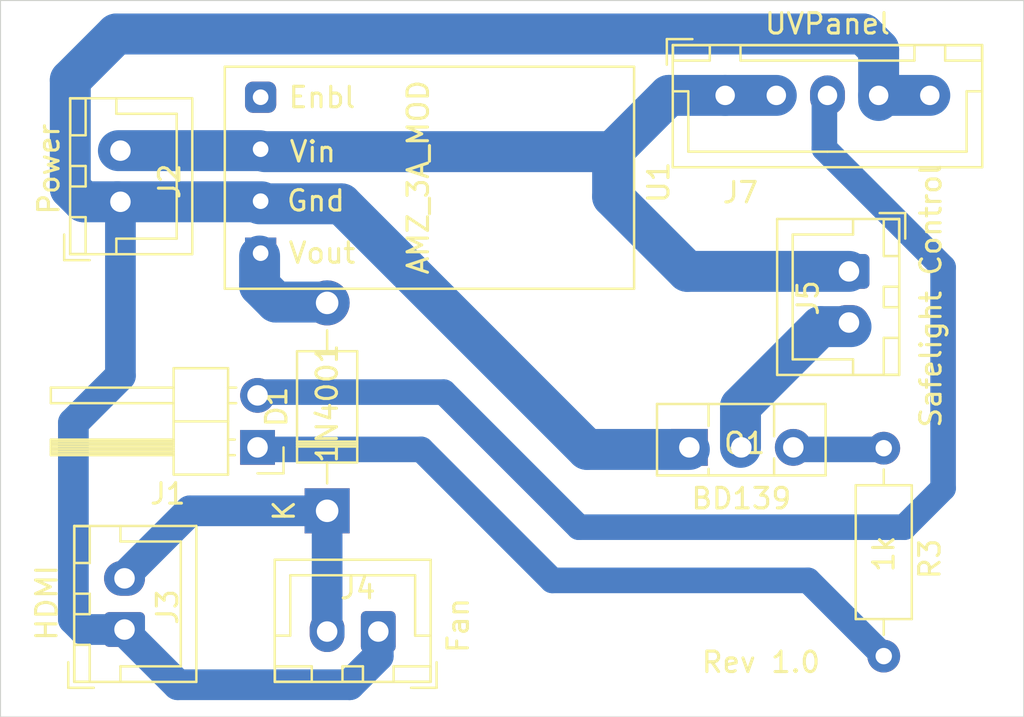
<source format=kicad_pcb>
(kicad_pcb (version 20171130) (host pcbnew "(5.1.8-0-10_14)")

  (general
    (thickness 1.6)
    (drawings 5)
    (tracks 50)
    (zones 0)
    (modules 10)
    (nets 10)
  )

  (page USLetter portrait)
  (layers
    (0 F.Cu signal)
    (31 B.Cu signal)
    (32 B.Adhes user hide)
    (33 F.Adhes user hide)
    (34 B.Paste user hide)
    (35 F.Paste user hide)
    (36 B.SilkS user hide)
    (37 F.SilkS user)
    (38 B.Mask user hide)
    (39 F.Mask user hide)
    (40 Dwgs.User user hide)
    (41 Cmts.User user hide)
    (42 Eco1.User user hide)
    (43 Eco2.User user hide)
    (44 Edge.Cuts user)
    (45 Margin user hide)
    (46 B.CrtYd user hide)
    (47 F.CrtYd user)
    (48 B.Fab user hide)
    (49 F.Fab user hide)
  )

  (setup
    (last_trace_width 1.5)
    (user_trace_width 0.5)
    (user_trace_width 1)
    (user_trace_width 1.5)
    (user_trace_width 2)
    (trace_clearance 0.25)
    (zone_clearance 0.508)
    (zone_45_only no)
    (trace_min 0.2)
    (via_size 0.8)
    (via_drill 0.4)
    (via_min_size 0.4)
    (via_min_drill 0.3)
    (uvia_size 0.3)
    (uvia_drill 0.1)
    (uvias_allowed no)
    (uvia_min_size 0.2)
    (uvia_min_drill 0.1)
    (edge_width 0.05)
    (segment_width 0.2)
    (pcb_text_width 0.3)
    (pcb_text_size 1.5 1.5)
    (mod_edge_width 0.12)
    (mod_text_size 1 1)
    (mod_text_width 0.15)
    (pad_size 1.7 1.7)
    (pad_drill 1)
    (pad_to_mask_clearance 0)
    (aux_axis_origin 9.96 72.036)
    (grid_origin 9.96 72.036)
    (visible_elements FFFEF97F)
    (pcbplotparams
      (layerselection 0x01000_fffffffe)
      (usegerberextensions false)
      (usegerberattributes true)
      (usegerberadvancedattributes true)
      (creategerberjobfile true)
      (excludeedgelayer true)
      (linewidth 0.100000)
      (plotframeref false)
      (viasonmask false)
      (mode 1)
      (useauxorigin true)
      (hpglpennumber 1)
      (hpglpenspeed 20)
      (hpglpendiameter 15.000000)
      (psnegative false)
      (psa4output false)
      (plotreference true)
      (plotvalue true)
      (plotinvisibletext false)
      (padsonsilk false)
      (subtractmaskfromsilk false)
      (outputformat 1)
      (mirror false)
      (drillshape 0)
      (scaleselection 1)
      (outputdirectory "../gbr/"))
  )

  (net 0 "")
  (net 1 GND)
  (net 2 +5V)
  (net 3 "Net-(D1-Pad2)")
  (net 4 "Net-(Q1-Pad3)")
  (net 5 "Net-(U1-Pad4)")
  (net 6 UVControl)
  (net 7 +24V)
  (net 8 SafelightControl)
  (net 9 SafelightGnd)

  (net_class Default "This is the default net class."
    (clearance 0.25)
    (trace_width 1.25)
    (via_dia 0.8)
    (via_drill 0.4)
    (uvia_dia 0.3)
    (uvia_drill 0.1)
    (add_net +24V)
    (add_net +5V)
    (add_net GND)
    (add_net "Net-(D1-Pad2)")
    (add_net "Net-(Q1-Pad3)")
    (add_net "Net-(U1-Pad4)")
    (add_net SafelightControl)
    (add_net SafelightGnd)
    (add_net UVControl)
  )

  (net_class Power12 ""
    (clearance 0.25)
    (trace_width 2)
    (via_dia 0.8)
    (via_drill 0.4)
    (uvia_dia 0.3)
    (uvia_drill 0.1)
  )

  (net_class Power5 ""
    (clearance 0.25)
    (trace_width 1.25)
    (via_dia 0.8)
    (via_drill 0.4)
    (uvia_dia 0.3)
    (uvia_drill 0.1)
  )

  (module Connector_PinHeader_2.54mm:PinHeader_1x02_P2.54mm_Horizontal (layer F.Cu) (tedit 59FED5CB) (tstamp 615AB299)
    (at 22.56 58.836 180)
    (descr "Through hole angled pin header, 1x02, 2.54mm pitch, 6mm pin length, single row")
    (tags "Through hole angled pin header THT 1x02 2.54mm single row")
    (path /615C0504)
    (fp_text reference J1 (at 4.385 -2.27) (layer F.SilkS)
      (effects (font (size 1 1) (thickness 0.15)))
    )
    (fp_text value "Light Control" (at 4.385 4.81) (layer F.Fab)
      (effects (font (size 1 1) (thickness 0.15)))
    )
    (fp_line (start 2.135 -1.27) (end 4.04 -1.27) (layer F.Fab) (width 0.1))
    (fp_line (start 4.04 -1.27) (end 4.04 3.81) (layer F.Fab) (width 0.1))
    (fp_line (start 4.04 3.81) (end 1.5 3.81) (layer F.Fab) (width 0.1))
    (fp_line (start 1.5 3.81) (end 1.5 -0.635) (layer F.Fab) (width 0.1))
    (fp_line (start 1.5 -0.635) (end 2.135 -1.27) (layer F.Fab) (width 0.1))
    (fp_line (start -0.32 -0.32) (end 1.5 -0.32) (layer F.Fab) (width 0.1))
    (fp_line (start -0.32 -0.32) (end -0.32 0.32) (layer F.Fab) (width 0.1))
    (fp_line (start -0.32 0.32) (end 1.5 0.32) (layer F.Fab) (width 0.1))
    (fp_line (start 4.04 -0.32) (end 10.04 -0.32) (layer F.Fab) (width 0.1))
    (fp_line (start 10.04 -0.32) (end 10.04 0.32) (layer F.Fab) (width 0.1))
    (fp_line (start 4.04 0.32) (end 10.04 0.32) (layer F.Fab) (width 0.1))
    (fp_line (start -0.32 2.22) (end 1.5 2.22) (layer F.Fab) (width 0.1))
    (fp_line (start -0.32 2.22) (end -0.32 2.86) (layer F.Fab) (width 0.1))
    (fp_line (start -0.32 2.86) (end 1.5 2.86) (layer F.Fab) (width 0.1))
    (fp_line (start 4.04 2.22) (end 10.04 2.22) (layer F.Fab) (width 0.1))
    (fp_line (start 10.04 2.22) (end 10.04 2.86) (layer F.Fab) (width 0.1))
    (fp_line (start 4.04 2.86) (end 10.04 2.86) (layer F.Fab) (width 0.1))
    (fp_line (start 1.44 -1.33) (end 1.44 3.87) (layer F.SilkS) (width 0.12))
    (fp_line (start 1.44 3.87) (end 4.1 3.87) (layer F.SilkS) (width 0.12))
    (fp_line (start 4.1 3.87) (end 4.1 -1.33) (layer F.SilkS) (width 0.12))
    (fp_line (start 4.1 -1.33) (end 1.44 -1.33) (layer F.SilkS) (width 0.12))
    (fp_line (start 4.1 -0.38) (end 10.1 -0.38) (layer F.SilkS) (width 0.12))
    (fp_line (start 10.1 -0.38) (end 10.1 0.38) (layer F.SilkS) (width 0.12))
    (fp_line (start 10.1 0.38) (end 4.1 0.38) (layer F.SilkS) (width 0.12))
    (fp_line (start 4.1 -0.32) (end 10.1 -0.32) (layer F.SilkS) (width 0.12))
    (fp_line (start 4.1 -0.2) (end 10.1 -0.2) (layer F.SilkS) (width 0.12))
    (fp_line (start 4.1 -0.08) (end 10.1 -0.08) (layer F.SilkS) (width 0.12))
    (fp_line (start 4.1 0.04) (end 10.1 0.04) (layer F.SilkS) (width 0.12))
    (fp_line (start 4.1 0.16) (end 10.1 0.16) (layer F.SilkS) (width 0.12))
    (fp_line (start 4.1 0.28) (end 10.1 0.28) (layer F.SilkS) (width 0.12))
    (fp_line (start 1.11 -0.38) (end 1.44 -0.38) (layer F.SilkS) (width 0.12))
    (fp_line (start 1.11 0.38) (end 1.44 0.38) (layer F.SilkS) (width 0.12))
    (fp_line (start 1.44 1.27) (end 4.1 1.27) (layer F.SilkS) (width 0.12))
    (fp_line (start 4.1 2.16) (end 10.1 2.16) (layer F.SilkS) (width 0.12))
    (fp_line (start 10.1 2.16) (end 10.1 2.92) (layer F.SilkS) (width 0.12))
    (fp_line (start 10.1 2.92) (end 4.1 2.92) (layer F.SilkS) (width 0.12))
    (fp_line (start 1.042929 2.16) (end 1.44 2.16) (layer F.SilkS) (width 0.12))
    (fp_line (start 1.042929 2.92) (end 1.44 2.92) (layer F.SilkS) (width 0.12))
    (fp_line (start -1.27 0) (end -1.27 -1.27) (layer F.SilkS) (width 0.12))
    (fp_line (start -1.27 -1.27) (end 0 -1.27) (layer F.SilkS) (width 0.12))
    (fp_line (start -1.8 -1.8) (end -1.8 4.35) (layer F.CrtYd) (width 0.05))
    (fp_line (start -1.8 4.35) (end 10.55 4.35) (layer F.CrtYd) (width 0.05))
    (fp_line (start 10.55 4.35) (end 10.55 -1.8) (layer F.CrtYd) (width 0.05))
    (fp_line (start 10.55 -1.8) (end -1.8 -1.8) (layer F.CrtYd) (width 0.05))
    (fp_text user %R (at 2.77 1.27 90) (layer F.Fab)
      (effects (font (size 1 1) (thickness 0.15)))
    )
    (pad 2 thru_hole oval (at 0 2.54 180) (size 1.7 1.7) (drill 1) (layers *.Cu *.Mask)
      (net 6 UVControl))
    (pad 1 thru_hole rect (at 0 0 180) (size 1.7 1.7) (drill 1) (layers *.Cu *.Mask)
      (net 8 SafelightControl))
    (model ${KISYS3DMOD}/Connector_PinHeader_2.54mm.3dshapes/PinHeader_1x02_P2.54mm_Horizontal.wrl
      (at (xyz 0 0 0))
      (scale (xyz 1 1 1))
      (rotate (xyz 0 0 0))
    )
  )

  (module Connector_JST:JST_XH_B2B-XH-A_1x02_P2.50mm_Vertical (layer F.Cu) (tedit 5C28146C) (tstamp 615AB39D)
    (at 51.46 50.236 270)
    (descr "JST XH series connector, B2B-XH-A (http://www.jst-mfg.com/product/pdf/eng/eXH.pdf), generated with kicad-footprint-generator")
    (tags "connector JST XH vertical")
    (path /603B82C9)
    (fp_text reference J5 (at 1.3 2 90) (layer F.SilkS)
      (effects (font (size 1 1) (thickness 0.15)))
    )
    (fp_text value "Safelight Control" (at 1.2 -4 90) (layer F.SilkS)
      (effects (font (size 1 1) (thickness 0.15)))
    )
    (fp_line (start -2.45 -2.35) (end -2.45 3.4) (layer F.Fab) (width 0.1))
    (fp_line (start -2.45 3.4) (end 4.95 3.4) (layer F.Fab) (width 0.1))
    (fp_line (start 4.95 3.4) (end 4.95 -2.35) (layer F.Fab) (width 0.1))
    (fp_line (start 4.95 -2.35) (end -2.45 -2.35) (layer F.Fab) (width 0.1))
    (fp_line (start -2.56 -2.46) (end -2.56 3.51) (layer F.SilkS) (width 0.12))
    (fp_line (start -2.56 3.51) (end 5.06 3.51) (layer F.SilkS) (width 0.12))
    (fp_line (start 5.06 3.51) (end 5.06 -2.46) (layer F.SilkS) (width 0.12))
    (fp_line (start 5.06 -2.46) (end -2.56 -2.46) (layer F.SilkS) (width 0.12))
    (fp_line (start -2.95 -2.85) (end -2.95 3.9) (layer F.CrtYd) (width 0.05))
    (fp_line (start -2.95 3.9) (end 5.45 3.9) (layer F.CrtYd) (width 0.05))
    (fp_line (start 5.45 3.9) (end 5.45 -2.85) (layer F.CrtYd) (width 0.05))
    (fp_line (start 5.45 -2.85) (end -2.95 -2.85) (layer F.CrtYd) (width 0.05))
    (fp_line (start -0.625 -2.35) (end 0 -1.35) (layer F.Fab) (width 0.1))
    (fp_line (start 0 -1.35) (end 0.625 -2.35) (layer F.Fab) (width 0.1))
    (fp_line (start 0.75 -2.45) (end 0.75 -1.7) (layer F.SilkS) (width 0.12))
    (fp_line (start 0.75 -1.7) (end 1.75 -1.7) (layer F.SilkS) (width 0.12))
    (fp_line (start 1.75 -1.7) (end 1.75 -2.45) (layer F.SilkS) (width 0.12))
    (fp_line (start 1.75 -2.45) (end 0.75 -2.45) (layer F.SilkS) (width 0.12))
    (fp_line (start -2.55 -2.45) (end -2.55 -1.7) (layer F.SilkS) (width 0.12))
    (fp_line (start -2.55 -1.7) (end -0.75 -1.7) (layer F.SilkS) (width 0.12))
    (fp_line (start -0.75 -1.7) (end -0.75 -2.45) (layer F.SilkS) (width 0.12))
    (fp_line (start -0.75 -2.45) (end -2.55 -2.45) (layer F.SilkS) (width 0.12))
    (fp_line (start 3.25 -2.45) (end 3.25 -1.7) (layer F.SilkS) (width 0.12))
    (fp_line (start 3.25 -1.7) (end 5.05 -1.7) (layer F.SilkS) (width 0.12))
    (fp_line (start 5.05 -1.7) (end 5.05 -2.45) (layer F.SilkS) (width 0.12))
    (fp_line (start 5.05 -2.45) (end 3.25 -2.45) (layer F.SilkS) (width 0.12))
    (fp_line (start -2.55 -0.2) (end -1.8 -0.2) (layer F.SilkS) (width 0.12))
    (fp_line (start -1.8 -0.2) (end -1.8 2.75) (layer F.SilkS) (width 0.12))
    (fp_line (start -1.8 2.75) (end 1.25 2.75) (layer F.SilkS) (width 0.12))
    (fp_line (start 5.05 -0.2) (end 4.3 -0.2) (layer F.SilkS) (width 0.12))
    (fp_line (start 4.3 -0.2) (end 4.3 2.75) (layer F.SilkS) (width 0.12))
    (fp_line (start 4.3 2.75) (end 1.25 2.75) (layer F.SilkS) (width 0.12))
    (fp_line (start -1.6 -2.75) (end -2.85 -2.75) (layer F.SilkS) (width 0.12))
    (fp_line (start -2.85 -2.75) (end -2.85 -1.5) (layer F.SilkS) (width 0.12))
    (fp_text user %R (at 1.25 2.7 90) (layer F.Fab)
      (effects (font (size 1 1) (thickness 0.15)))
    )
    (pad 2 thru_hole oval (at 2.5 0 270) (size 1.7 2) (drill 1) (layers *.Cu *.Mask)
      (net 9 SafelightGnd))
    (pad 1 thru_hole roundrect (at 0 0 270) (size 1.7 2) (drill 1) (layers *.Cu *.Mask) (roundrect_rratio 0.1470588235294118)
      (net 7 +24V))
    (model ${KISYS3DMOD}/Connector_JST.3dshapes/JST_XH_B2B-XH-A_1x02_P2.50mm_Vertical.wrl
      (at (xyz 0 0 0))
      (scale (xyz 1 1 1))
      (rotate (xyz 0 0 0))
    )
  )

  (module Connector_JST:JST_XH_B2B-XH-A_1x02_P2.50mm_Vertical (layer F.Cu) (tedit 5C28146C) (tstamp 615AB325)
    (at 28.46 67.836 180)
    (descr "JST XH series connector, B2B-XH-A (http://www.jst-mfg.com/product/pdf/eng/eXH.pdf), generated with kicad-footprint-generator")
    (tags "connector JST XH vertical")
    (path /603B45A7)
    (fp_text reference J4 (at 1 2.1) (layer F.SilkS)
      (effects (font (size 1 1) (thickness 0.15)))
    )
    (fp_text value Fan (at -3.9 0.3 270) (layer F.SilkS)
      (effects (font (size 1 1) (thickness 0.15)))
    )
    (fp_line (start -2.45 -2.35) (end -2.45 3.4) (layer F.Fab) (width 0.1))
    (fp_line (start -2.45 3.4) (end 4.95 3.4) (layer F.Fab) (width 0.1))
    (fp_line (start 4.95 3.4) (end 4.95 -2.35) (layer F.Fab) (width 0.1))
    (fp_line (start 4.95 -2.35) (end -2.45 -2.35) (layer F.Fab) (width 0.1))
    (fp_line (start -2.56 -2.46) (end -2.56 3.51) (layer F.SilkS) (width 0.12))
    (fp_line (start -2.56 3.51) (end 5.06 3.51) (layer F.SilkS) (width 0.12))
    (fp_line (start 5.06 3.51) (end 5.06 -2.46) (layer F.SilkS) (width 0.12))
    (fp_line (start 5.06 -2.46) (end -2.56 -2.46) (layer F.SilkS) (width 0.12))
    (fp_line (start -2.95 -2.85) (end -2.95 3.9) (layer F.CrtYd) (width 0.05))
    (fp_line (start -2.95 3.9) (end 5.45 3.9) (layer F.CrtYd) (width 0.05))
    (fp_line (start 5.45 3.9) (end 5.45 -2.85) (layer F.CrtYd) (width 0.05))
    (fp_line (start 5.45 -2.85) (end -2.95 -2.85) (layer F.CrtYd) (width 0.05))
    (fp_line (start -0.625 -2.35) (end 0 -1.35) (layer F.Fab) (width 0.1))
    (fp_line (start 0 -1.35) (end 0.625 -2.35) (layer F.Fab) (width 0.1))
    (fp_line (start 0.75 -2.45) (end 0.75 -1.7) (layer F.SilkS) (width 0.12))
    (fp_line (start 0.75 -1.7) (end 1.75 -1.7) (layer F.SilkS) (width 0.12))
    (fp_line (start 1.75 -1.7) (end 1.75 -2.45) (layer F.SilkS) (width 0.12))
    (fp_line (start 1.75 -2.45) (end 0.75 -2.45) (layer F.SilkS) (width 0.12))
    (fp_line (start -2.55 -2.45) (end -2.55 -1.7) (layer F.SilkS) (width 0.12))
    (fp_line (start -2.55 -1.7) (end -0.75 -1.7) (layer F.SilkS) (width 0.12))
    (fp_line (start -0.75 -1.7) (end -0.75 -2.45) (layer F.SilkS) (width 0.12))
    (fp_line (start -0.75 -2.45) (end -2.55 -2.45) (layer F.SilkS) (width 0.12))
    (fp_line (start 3.25 -2.45) (end 3.25 -1.7) (layer F.SilkS) (width 0.12))
    (fp_line (start 3.25 -1.7) (end 5.05 -1.7) (layer F.SilkS) (width 0.12))
    (fp_line (start 5.05 -1.7) (end 5.05 -2.45) (layer F.SilkS) (width 0.12))
    (fp_line (start 5.05 -2.45) (end 3.25 -2.45) (layer F.SilkS) (width 0.12))
    (fp_line (start -2.55 -0.2) (end -1.8 -0.2) (layer F.SilkS) (width 0.12))
    (fp_line (start -1.8 -0.2) (end -1.8 2.75) (layer F.SilkS) (width 0.12))
    (fp_line (start -1.8 2.75) (end 1.25 2.75) (layer F.SilkS) (width 0.12))
    (fp_line (start 5.05 -0.2) (end 4.3 -0.2) (layer F.SilkS) (width 0.12))
    (fp_line (start 4.3 -0.2) (end 4.3 2.75) (layer F.SilkS) (width 0.12))
    (fp_line (start 4.3 2.75) (end 1.25 2.75) (layer F.SilkS) (width 0.12))
    (fp_line (start -1.6 -2.75) (end -2.85 -2.75) (layer F.SilkS) (width 0.12))
    (fp_line (start -2.85 -2.75) (end -2.85 -1.5) (layer F.SilkS) (width 0.12))
    (fp_text user %R (at 1.25 2.7) (layer F.Fab)
      (effects (font (size 1 1) (thickness 0.15)))
    )
    (pad 2 thru_hole oval (at 2.5 0 180) (size 1.7 2) (drill 1) (layers *.Cu *.Mask)
      (net 2 +5V))
    (pad 1 thru_hole roundrect (at 0 0 180) (size 1.7 2) (drill 1) (layers *.Cu *.Mask) (roundrect_rratio 0.1470588235294118)
      (net 1 GND))
    (model ${KISYS3DMOD}/Connector_JST.3dshapes/JST_XH_B2B-XH-A_1x02_P2.50mm_Vertical.wrl
      (at (xyz 0 0 0))
      (scale (xyz 1 1 1))
      (rotate (xyz 0 0 0))
    )
  )

  (module Connector_JST:JST_XH_B2B-XH-A_1x02_P2.50mm_Vertical (layer F.Cu) (tedit 5C28146C) (tstamp 615AB007)
    (at 16.06 67.736 90)
    (descr "JST XH series connector, B2B-XH-A (http://www.jst-mfg.com/product/pdf/eng/eXH.pdf), generated with kicad-footprint-generator")
    (tags "connector JST XH vertical")
    (path /615BE82D)
    (fp_text reference J3 (at 1.1 2.1 90) (layer F.SilkS)
      (effects (font (size 1 1) (thickness 0.15)))
    )
    (fp_text value HDMI (at 1.3 -3.8 90) (layer F.SilkS)
      (effects (font (size 1 1) (thickness 0.15)))
    )
    (fp_line (start -2.45 -2.35) (end -2.45 3.4) (layer F.Fab) (width 0.1))
    (fp_line (start -2.45 3.4) (end 4.95 3.4) (layer F.Fab) (width 0.1))
    (fp_line (start 4.95 3.4) (end 4.95 -2.35) (layer F.Fab) (width 0.1))
    (fp_line (start 4.95 -2.35) (end -2.45 -2.35) (layer F.Fab) (width 0.1))
    (fp_line (start -2.56 -2.46) (end -2.56 3.51) (layer F.SilkS) (width 0.12))
    (fp_line (start -2.56 3.51) (end 5.06 3.51) (layer F.SilkS) (width 0.12))
    (fp_line (start 5.06 3.51) (end 5.06 -2.46) (layer F.SilkS) (width 0.12))
    (fp_line (start 5.06 -2.46) (end -2.56 -2.46) (layer F.SilkS) (width 0.12))
    (fp_line (start -2.95 -2.85) (end -2.95 3.9) (layer F.CrtYd) (width 0.05))
    (fp_line (start -2.95 3.9) (end 5.45 3.9) (layer F.CrtYd) (width 0.05))
    (fp_line (start 5.45 3.9) (end 5.45 -2.85) (layer F.CrtYd) (width 0.05))
    (fp_line (start 5.45 -2.85) (end -2.95 -2.85) (layer F.CrtYd) (width 0.05))
    (fp_line (start -0.625 -2.35) (end 0 -1.35) (layer F.Fab) (width 0.1))
    (fp_line (start 0 -1.35) (end 0.625 -2.35) (layer F.Fab) (width 0.1))
    (fp_line (start 0.75 -2.45) (end 0.75 -1.7) (layer F.SilkS) (width 0.12))
    (fp_line (start 0.75 -1.7) (end 1.75 -1.7) (layer F.SilkS) (width 0.12))
    (fp_line (start 1.75 -1.7) (end 1.75 -2.45) (layer F.SilkS) (width 0.12))
    (fp_line (start 1.75 -2.45) (end 0.75 -2.45) (layer F.SilkS) (width 0.12))
    (fp_line (start -2.55 -2.45) (end -2.55 -1.7) (layer F.SilkS) (width 0.12))
    (fp_line (start -2.55 -1.7) (end -0.75 -1.7) (layer F.SilkS) (width 0.12))
    (fp_line (start -0.75 -1.7) (end -0.75 -2.45) (layer F.SilkS) (width 0.12))
    (fp_line (start -0.75 -2.45) (end -2.55 -2.45) (layer F.SilkS) (width 0.12))
    (fp_line (start 3.25 -2.45) (end 3.25 -1.7) (layer F.SilkS) (width 0.12))
    (fp_line (start 3.25 -1.7) (end 5.05 -1.7) (layer F.SilkS) (width 0.12))
    (fp_line (start 5.05 -1.7) (end 5.05 -2.45) (layer F.SilkS) (width 0.12))
    (fp_line (start 5.05 -2.45) (end 3.25 -2.45) (layer F.SilkS) (width 0.12))
    (fp_line (start -2.55 -0.2) (end -1.8 -0.2) (layer F.SilkS) (width 0.12))
    (fp_line (start -1.8 -0.2) (end -1.8 2.75) (layer F.SilkS) (width 0.12))
    (fp_line (start -1.8 2.75) (end 1.25 2.75) (layer F.SilkS) (width 0.12))
    (fp_line (start 5.05 -0.2) (end 4.3 -0.2) (layer F.SilkS) (width 0.12))
    (fp_line (start 4.3 -0.2) (end 4.3 2.75) (layer F.SilkS) (width 0.12))
    (fp_line (start 4.3 2.75) (end 1.25 2.75) (layer F.SilkS) (width 0.12))
    (fp_line (start -1.6 -2.75) (end -2.85 -2.75) (layer F.SilkS) (width 0.12))
    (fp_line (start -2.85 -2.75) (end -2.85 -1.5) (layer F.SilkS) (width 0.12))
    (fp_text user %R (at 1.25 2.7 90) (layer F.Fab)
      (effects (font (size 1 1) (thickness 0.15)))
    )
    (pad 2 thru_hole oval (at 2.5 0 90) (size 1.7 2) (drill 1) (layers *.Cu *.Mask)
      (net 2 +5V))
    (pad 1 thru_hole roundrect (at 0 0 90) (size 1.7 2) (drill 1) (layers *.Cu *.Mask) (roundrect_rratio 0.1470588235294118)
      (net 1 GND))
    (model ${KISYS3DMOD}/Connector_JST.3dshapes/JST_XH_B2B-XH-A_1x02_P2.50mm_Vertical.wrl
      (at (xyz 0 0 0))
      (scale (xyz 1 1 1))
      (rotate (xyz 0 0 0))
    )
  )

  (module Connector_JST:JST_XH_B2B-XH-A_1x02_P2.50mm_Vertical (layer F.Cu) (tedit 5C28146C) (tstamp 615AB0C4)
    (at 15.86 46.836 90)
    (descr "JST XH series connector, B2B-XH-A (http://www.jst-mfg.com/product/pdf/eng/eXH.pdf), generated with kicad-footprint-generator")
    (tags "connector JST XH vertical")
    (path /603B31A5)
    (fp_text reference J2 (at 1 2.4 90) (layer F.SilkS)
      (effects (font (size 1 1) (thickness 0.15)))
    )
    (fp_text value Power (at 1.6 -3.5 90) (layer F.SilkS)
      (effects (font (size 1 1) (thickness 0.15)))
    )
    (fp_line (start -2.85 -2.75) (end -2.85 -1.5) (layer F.SilkS) (width 0.12))
    (fp_line (start -1.6 -2.75) (end -2.85 -2.75) (layer F.SilkS) (width 0.12))
    (fp_line (start 4.3 2.75) (end 1.25 2.75) (layer F.SilkS) (width 0.12))
    (fp_line (start 4.3 -0.2) (end 4.3 2.75) (layer F.SilkS) (width 0.12))
    (fp_line (start 5.05 -0.2) (end 4.3 -0.2) (layer F.SilkS) (width 0.12))
    (fp_line (start -1.8 2.75) (end 1.25 2.75) (layer F.SilkS) (width 0.12))
    (fp_line (start -1.8 -0.2) (end -1.8 2.75) (layer F.SilkS) (width 0.12))
    (fp_line (start -2.55 -0.2) (end -1.8 -0.2) (layer F.SilkS) (width 0.12))
    (fp_line (start 5.05 -2.45) (end 3.25 -2.45) (layer F.SilkS) (width 0.12))
    (fp_line (start 5.05 -1.7) (end 5.05 -2.45) (layer F.SilkS) (width 0.12))
    (fp_line (start 3.25 -1.7) (end 5.05 -1.7) (layer F.SilkS) (width 0.12))
    (fp_line (start 3.25 -2.45) (end 3.25 -1.7) (layer F.SilkS) (width 0.12))
    (fp_line (start -0.75 -2.45) (end -2.55 -2.45) (layer F.SilkS) (width 0.12))
    (fp_line (start -0.75 -1.7) (end -0.75 -2.45) (layer F.SilkS) (width 0.12))
    (fp_line (start -2.55 -1.7) (end -0.75 -1.7) (layer F.SilkS) (width 0.12))
    (fp_line (start -2.55 -2.45) (end -2.55 -1.7) (layer F.SilkS) (width 0.12))
    (fp_line (start 1.75 -2.45) (end 0.75 -2.45) (layer F.SilkS) (width 0.12))
    (fp_line (start 1.75 -1.7) (end 1.75 -2.45) (layer F.SilkS) (width 0.12))
    (fp_line (start 0.75 -1.7) (end 1.75 -1.7) (layer F.SilkS) (width 0.12))
    (fp_line (start 0.75 -2.45) (end 0.75 -1.7) (layer F.SilkS) (width 0.12))
    (fp_line (start 0 -1.35) (end 0.625 -2.35) (layer F.Fab) (width 0.1))
    (fp_line (start -0.625 -2.35) (end 0 -1.35) (layer F.Fab) (width 0.1))
    (fp_line (start 5.45 -2.85) (end -2.95 -2.85) (layer F.CrtYd) (width 0.05))
    (fp_line (start 5.45 3.9) (end 5.45 -2.85) (layer F.CrtYd) (width 0.05))
    (fp_line (start -2.95 3.9) (end 5.45 3.9) (layer F.CrtYd) (width 0.05))
    (fp_line (start -2.95 -2.85) (end -2.95 3.9) (layer F.CrtYd) (width 0.05))
    (fp_line (start 5.06 -2.46) (end -2.56 -2.46) (layer F.SilkS) (width 0.12))
    (fp_line (start 5.06 3.51) (end 5.06 -2.46) (layer F.SilkS) (width 0.12))
    (fp_line (start -2.56 3.51) (end 5.06 3.51) (layer F.SilkS) (width 0.12))
    (fp_line (start -2.56 -2.46) (end -2.56 3.51) (layer F.SilkS) (width 0.12))
    (fp_line (start 4.95 -2.35) (end -2.45 -2.35) (layer F.Fab) (width 0.1))
    (fp_line (start 4.95 3.4) (end 4.95 -2.35) (layer F.Fab) (width 0.1))
    (fp_line (start -2.45 3.4) (end 4.95 3.4) (layer F.Fab) (width 0.1))
    (fp_line (start -2.45 -2.35) (end -2.45 3.4) (layer F.Fab) (width 0.1))
    (fp_text user %R (at 1.25 2.7 90) (layer F.Fab)
      (effects (font (size 1 1) (thickness 0.15)))
    )
    (pad 1 thru_hole roundrect (at 0 0 90) (size 1.7 2) (drill 1) (layers *.Cu *.Mask) (roundrect_rratio 0.1470588235294118)
      (net 1 GND))
    (pad 2 thru_hole oval (at 2.5 0 90) (size 1.7 2) (drill 1) (layers *.Cu *.Mask)
      (net 7 +24V))
    (model ${KISYS3DMOD}/Connector_JST.3dshapes/JST_XH_B2B-XH-A_1x02_P2.50mm_Vertical.wrl
      (at (xyz 0 0 0))
      (scale (xyz 1 1 1))
      (rotate (xyz 0 0 0))
    )
  )

  (module Connector_JST:JST_XH_B5B-XH-A_1x05_P2.50mm_Vertical (layer F.Cu) (tedit 5C28146C) (tstamp 615AB211)
    (at 45.41 41.636)
    (descr "JST XH series connector, B5B-XH-A (http://www.jst-mfg.com/product/pdf/eng/eXH.pdf), generated with kicad-footprint-generator")
    (tags "connector JST XH vertical")
    (path /60A321D8)
    (fp_text reference J7 (at 0.75 4.75) (layer F.SilkS)
      (effects (font (size 1 1) (thickness 0.15)))
    )
    (fp_text value UVPanel (at 5 -3.5) (layer F.SilkS)
      (effects (font (size 1 1) (thickness 0.15)))
    )
    (fp_line (start -2.85 -2.75) (end -2.85 -1.5) (layer F.SilkS) (width 0.12))
    (fp_line (start -1.6 -2.75) (end -2.85 -2.75) (layer F.SilkS) (width 0.12))
    (fp_line (start 11.8 2.75) (end 5 2.75) (layer F.SilkS) (width 0.12))
    (fp_line (start 11.8 -0.2) (end 11.8 2.75) (layer F.SilkS) (width 0.12))
    (fp_line (start 12.55 -0.2) (end 11.8 -0.2) (layer F.SilkS) (width 0.12))
    (fp_line (start -1.8 2.75) (end 5 2.75) (layer F.SilkS) (width 0.12))
    (fp_line (start -1.8 -0.2) (end -1.8 2.75) (layer F.SilkS) (width 0.12))
    (fp_line (start -2.55 -0.2) (end -1.8 -0.2) (layer F.SilkS) (width 0.12))
    (fp_line (start 12.55 -2.45) (end 10.75 -2.45) (layer F.SilkS) (width 0.12))
    (fp_line (start 12.55 -1.7) (end 12.55 -2.45) (layer F.SilkS) (width 0.12))
    (fp_line (start 10.75 -1.7) (end 12.55 -1.7) (layer F.SilkS) (width 0.12))
    (fp_line (start 10.75 -2.45) (end 10.75 -1.7) (layer F.SilkS) (width 0.12))
    (fp_line (start -0.75 -2.45) (end -2.55 -2.45) (layer F.SilkS) (width 0.12))
    (fp_line (start -0.75 -1.7) (end -0.75 -2.45) (layer F.SilkS) (width 0.12))
    (fp_line (start -2.55 -1.7) (end -0.75 -1.7) (layer F.SilkS) (width 0.12))
    (fp_line (start -2.55 -2.45) (end -2.55 -1.7) (layer F.SilkS) (width 0.12))
    (fp_line (start 9.25 -2.45) (end 0.75 -2.45) (layer F.SilkS) (width 0.12))
    (fp_line (start 9.25 -1.7) (end 9.25 -2.45) (layer F.SilkS) (width 0.12))
    (fp_line (start 0.75 -1.7) (end 9.25 -1.7) (layer F.SilkS) (width 0.12))
    (fp_line (start 0.75 -2.45) (end 0.75 -1.7) (layer F.SilkS) (width 0.12))
    (fp_line (start 0 -1.35) (end 0.625 -2.35) (layer F.Fab) (width 0.1))
    (fp_line (start -0.625 -2.35) (end 0 -1.35) (layer F.Fab) (width 0.1))
    (fp_line (start 12.95 -2.85) (end -2.95 -2.85) (layer F.CrtYd) (width 0.05))
    (fp_line (start 12.95 3.9) (end 12.95 -2.85) (layer F.CrtYd) (width 0.05))
    (fp_line (start -2.95 3.9) (end 12.95 3.9) (layer F.CrtYd) (width 0.05))
    (fp_line (start -2.95 -2.85) (end -2.95 3.9) (layer F.CrtYd) (width 0.05))
    (fp_line (start 12.56 -2.46) (end -2.56 -2.46) (layer F.SilkS) (width 0.12))
    (fp_line (start 12.56 3.51) (end 12.56 -2.46) (layer F.SilkS) (width 0.12))
    (fp_line (start -2.56 3.51) (end 12.56 3.51) (layer F.SilkS) (width 0.12))
    (fp_line (start -2.56 -2.46) (end -2.56 3.51) (layer F.SilkS) (width 0.12))
    (fp_line (start 12.45 -2.35) (end -2.45 -2.35) (layer F.Fab) (width 0.1))
    (fp_line (start 12.45 3.4) (end 12.45 -2.35) (layer F.Fab) (width 0.1))
    (fp_line (start -2.45 3.4) (end 12.45 3.4) (layer F.Fab) (width 0.1))
    (fp_line (start -2.45 -2.35) (end -2.45 3.4) (layer F.Fab) (width 0.1))
    (fp_text user %R (at 5 2.7) (layer F.Fab)
      (effects (font (size 1 1) (thickness 0.15)))
    )
    (pad 5 thru_hole oval (at 10 0) (size 1.7 1.95) (drill 0.95) (layers *.Cu *.Mask)
      (net 1 GND))
    (pad 4 thru_hole oval (at 7.5 0) (size 1.7 1.95) (drill 0.95) (layers *.Cu *.Mask)
      (net 1 GND))
    (pad 3 thru_hole oval (at 5 0) (size 1.7 1.95) (drill 0.95) (layers *.Cu *.Mask)
      (net 6 UVControl))
    (pad 2 thru_hole oval (at 2.5 0) (size 1.7 1.95) (drill 0.95) (layers *.Cu *.Mask)
      (net 7 +24V))
    (pad 1 thru_hole roundrect (at 0 0) (size 1.7 1.95) (drill 0.95) (layers *.Cu *.Mask) (roundrect_rratio 0.1470588235294118)
      (net 7 +24V))
    (model ${KISYS3DMOD}/Connector_JST.3dshapes/JST_XH_B5B-XH-A_1x05_P2.50mm_Vertical.wrl
      (at (xyz 0 0 0))
      (scale (xyz 1 1 1))
      (rotate (xyz 0 0 0))
    )
  )

  (module jkoz_custom:Amazon_3A_Power_Module (layer F.Cu) (tedit 6041531D) (tstamp 615AB1C8)
    (at 30.66 45.636 90)
    (path /60426F45)
    (fp_text reference U1 (at -0.25 11.5 90) (layer F.SilkS)
      (effects (font (size 1 1) (thickness 0.15)))
    )
    (fp_text value AMZ_3A_MOD (at 0 -0.25 90) (layer F.SilkS)
      (effects (font (size 1 1) (thickness 0.15)))
    )
    (fp_line (start -5.45 -9.7) (end 5.4 -9.7) (layer F.SilkS) (width 0.12))
    (fp_line (start 5.4 -9.7) (end 5.4 10.3) (layer F.SilkS) (width 0.12))
    (fp_line (start 5.4 10.3) (end -5.45 10.3) (layer F.SilkS) (width 0.12))
    (fp_line (start -5.45 10.3) (end -5.45 -9.7) (layer F.SilkS) (width 0.12))
    (fp_text user Enbl (at 3.9 -4.95) (layer F.SilkS)
      (effects (font (size 1 1) (thickness 0.15)))
    )
    (fp_text user Vin (at 1.25 -5.4) (layer F.SilkS)
      (effects (font (size 1 1) (thickness 0.15)))
    )
    (fp_text user Gnd (at -1.15 -5.25) (layer F.SilkS)
      (effects (font (size 1 1) (thickness 0.15)))
    )
    (fp_text user Vout (at -3.7 -4.95) (layer F.SilkS)
      (effects (font (size 1 1) (thickness 0.15)))
    )
    (pad 4 thru_hole roundrect (at 3.91 -7.95 90) (size 1.524 1.524) (drill 0.762) (layers *.Cu *.Mask) (roundrect_rratio 0.25)
      (net 5 "Net-(U1-Pad4)"))
    (pad 3 thru_hole roundrect (at 1.37 -7.95 90) (size 1.524 1.524) (drill 0.762) (layers *.Cu *.Mask) (roundrect_rratio 0.25)
      (net 7 +24V))
    (pad 2 thru_hole roundrect (at -1.17 -7.95 90) (size 1.524 1.524) (drill 0.762) (layers *.Cu *.Mask) (roundrect_rratio 0.25)
      (net 1 GND))
    (pad 1 thru_hole rect (at -3.71 -7.95 90) (size 1.524 1.524) (drill 0.762) (layers *.Cu *.Mask)
      (net 3 "Net-(D1-Pad2)"))
  )

  (module Package_TO_SOT_THT:TO-126-3_Vertical (layer F.Cu) (tedit 5AC8BA0D) (tstamp 615AB187)
    (at 43.66 58.836)
    (descr "TO-126-3, Vertical, RM 2.54mm, see https://www.diodes.com/assets/Package-Files/TO126.pdf")
    (tags "TO-126-3 Vertical RM 2.54mm")
    (path /6046CF81)
    (fp_text reference Q1 (at 2.7 -0.2) (layer F.SilkS)
      (effects (font (size 1 1) (thickness 0.15)))
    )
    (fp_text value BD139 (at 2.54 2.5) (layer F.SilkS)
      (effects (font (size 1 1) (thickness 0.15)))
    )
    (fp_line (start 6.79 -2.25) (end -1.71 -2.25) (layer F.CrtYd) (width 0.05))
    (fp_line (start 6.79 1.5) (end 6.79 -2.25) (layer F.CrtYd) (width 0.05))
    (fp_line (start -1.71 1.5) (end 6.79 1.5) (layer F.CrtYd) (width 0.05))
    (fp_line (start -1.71 -2.25) (end -1.71 1.5) (layer F.CrtYd) (width 0.05))
    (fp_line (start 4.141 0.54) (end 4.141 1.37) (layer F.SilkS) (width 0.12))
    (fp_line (start 4.141 -2.12) (end 4.141 -0.54) (layer F.SilkS) (width 0.12))
    (fp_line (start 0.94 1.05) (end 0.94 1.37) (layer F.SilkS) (width 0.12))
    (fp_line (start 0.94 -2.12) (end 0.94 -1.05) (layer F.SilkS) (width 0.12))
    (fp_line (start 6.66 -2.12) (end 6.66 1.37) (layer F.SilkS) (width 0.12))
    (fp_line (start -1.58 -2.12) (end -1.58 1.37) (layer F.SilkS) (width 0.12))
    (fp_line (start -1.58 1.37) (end 6.66 1.37) (layer F.SilkS) (width 0.12))
    (fp_line (start -1.58 -2.12) (end 6.66 -2.12) (layer F.SilkS) (width 0.12))
    (fp_line (start 4.14 -2) (end 4.14 1.25) (layer F.Fab) (width 0.1))
    (fp_line (start 0.94 -2) (end 0.94 1.25) (layer F.Fab) (width 0.1))
    (fp_line (start 6.54 -2) (end -1.46 -2) (layer F.Fab) (width 0.1))
    (fp_line (start 6.54 1.25) (end 6.54 -2) (layer F.Fab) (width 0.1))
    (fp_line (start -1.46 1.25) (end 6.54 1.25) (layer F.Fab) (width 0.1))
    (fp_line (start -1.46 -2) (end -1.46 1.25) (layer F.Fab) (width 0.1))
    (fp_text user %R (at 2.54 -3.12) (layer F.Fab)
      (effects (font (size 1 1) (thickness 0.15)))
    )
    (pad 3 thru_hole oval (at 5.08 0) (size 1.8 1.8) (drill 1) (layers *.Cu *.Mask)
      (net 4 "Net-(Q1-Pad3)"))
    (pad 2 thru_hole oval (at 2.54 0) (size 1.8 1.8) (drill 1) (layers *.Cu *.Mask)
      (net 9 SafelightGnd))
    (pad 1 thru_hole rect (at 0 0) (size 1.8 1.8) (drill 1) (layers *.Cu *.Mask)
      (net 1 GND))
    (model ${KISYS3DMOD}/Package_TO_SOT_THT.3dshapes/TO-126-3_Vertical.wrl
      (at (xyz 0 0 0))
      (scale (xyz 1 1 1))
      (rotate (xyz 0 0 0))
    )
  )

  (module Diode_THT:D_DO-41_SOD81_P10.16mm_Horizontal (layer F.Cu) (tedit 5AE50CD5) (tstamp 615AB132)
    (at 25.96 61.936 90)
    (descr "Diode, DO-41_SOD81 series, Axial, Horizontal, pin pitch=10.16mm, , length*diameter=5.2*2.7mm^2, , http://www.diodes.com/_files/packages/DO-41%20(Plastic).pdf")
    (tags "Diode DO-41_SOD81 series Axial Horizontal pin pitch 10.16mm  length 5.2mm diameter 2.7mm")
    (path /5FD171A4)
    (fp_text reference D1 (at 5.08 -2.47 90) (layer F.SilkS)
      (effects (font (size 1 1) (thickness 0.15)))
    )
    (fp_text value 1N4001 (at 5.25 0 90) (layer F.SilkS)
      (effects (font (size 1 1) (thickness 0.15)))
    )
    (fp_line (start 2.48 -1.35) (end 2.48 1.35) (layer F.Fab) (width 0.1))
    (fp_line (start 2.48 1.35) (end 7.68 1.35) (layer F.Fab) (width 0.1))
    (fp_line (start 7.68 1.35) (end 7.68 -1.35) (layer F.Fab) (width 0.1))
    (fp_line (start 7.68 -1.35) (end 2.48 -1.35) (layer F.Fab) (width 0.1))
    (fp_line (start 0 0) (end 2.48 0) (layer F.Fab) (width 0.1))
    (fp_line (start 10.16 0) (end 7.68 0) (layer F.Fab) (width 0.1))
    (fp_line (start 3.26 -1.35) (end 3.26 1.35) (layer F.Fab) (width 0.1))
    (fp_line (start 3.36 -1.35) (end 3.36 1.35) (layer F.Fab) (width 0.1))
    (fp_line (start 3.16 -1.35) (end 3.16 1.35) (layer F.Fab) (width 0.1))
    (fp_line (start 2.36 -1.47) (end 2.36 1.47) (layer F.SilkS) (width 0.12))
    (fp_line (start 2.36 1.47) (end 7.8 1.47) (layer F.SilkS) (width 0.12))
    (fp_line (start 7.8 1.47) (end 7.8 -1.47) (layer F.SilkS) (width 0.12))
    (fp_line (start 7.8 -1.47) (end 2.36 -1.47) (layer F.SilkS) (width 0.12))
    (fp_line (start 1.34 0) (end 2.36 0) (layer F.SilkS) (width 0.12))
    (fp_line (start 8.82 0) (end 7.8 0) (layer F.SilkS) (width 0.12))
    (fp_line (start 3.26 -1.47) (end 3.26 1.47) (layer F.SilkS) (width 0.12))
    (fp_line (start 3.38 -1.47) (end 3.38 1.47) (layer F.SilkS) (width 0.12))
    (fp_line (start 3.14 -1.47) (end 3.14 1.47) (layer F.SilkS) (width 0.12))
    (fp_line (start -1.35 -1.6) (end -1.35 1.6) (layer F.CrtYd) (width 0.05))
    (fp_line (start -1.35 1.6) (end 11.51 1.6) (layer F.CrtYd) (width 0.05))
    (fp_line (start 11.51 1.6) (end 11.51 -1.6) (layer F.CrtYd) (width 0.05))
    (fp_line (start 11.51 -1.6) (end -1.35 -1.6) (layer F.CrtYd) (width 0.05))
    (fp_text user K (at 0 -2.1 90) (layer F.SilkS)
      (effects (font (size 1 1) (thickness 0.15)))
    )
    (fp_text user K (at 0 -2.1 90) (layer F.Fab)
      (effects (font (size 1 1) (thickness 0.15)))
    )
    (fp_text user %R (at 5.5 2.25 90) (layer F.Fab)
      (effects (font (size 1 1) (thickness 0.15)))
    )
    (pad 2 thru_hole oval (at 10.16 0 90) (size 2.2 2.2) (drill 1.1) (layers *.Cu *.Mask)
      (net 3 "Net-(D1-Pad2)"))
    (pad 1 thru_hole rect (at 0 0 90) (size 2.2 2.2) (drill 1.1) (layers *.Cu *.Mask)
      (net 2 +5V))
    (model ${KISYS3DMOD}/Diode_THT.3dshapes/D_DO-41_SOD81_P10.16mm_Horizontal.wrl
      (at (xyz 0 0 0))
      (scale (xyz 1 1 1))
      (rotate (xyz 0 0 0))
    )
  )

  (module Resistor_THT:R_Axial_DIN0207_L6.3mm_D2.5mm_P10.16mm_Horizontal (layer F.Cu) (tedit 5AE5139B) (tstamp 615AB070)
    (at 53.16 69.036 90)
    (descr "Resistor, Axial_DIN0207 series, Axial, Horizontal, pin pitch=10.16mm, 0.25W = 1/4W, length*diameter=6.3*2.5mm^2, http://cdn-reichelt.de/documents/datenblatt/B400/1_4W%23YAG.pdf")
    (tags "Resistor Axial_DIN0207 series Axial Horizontal pin pitch 10.16mm 0.25W = 1/4W length 6.3mm diameter 2.5mm")
    (path /5FD96372)
    (fp_text reference R3 (at 4.75 2.25 90) (layer F.SilkS)
      (effects (font (size 1 1) (thickness 0.15)))
    )
    (fp_text value 1k (at 5 0 90) (layer F.SilkS)
      (effects (font (size 1 1) (thickness 0.15)))
    )
    (fp_line (start 11.21 -1.5) (end -1.05 -1.5) (layer F.CrtYd) (width 0.05))
    (fp_line (start 11.21 1.5) (end 11.21 -1.5) (layer F.CrtYd) (width 0.05))
    (fp_line (start -1.05 1.5) (end 11.21 1.5) (layer F.CrtYd) (width 0.05))
    (fp_line (start -1.05 -1.5) (end -1.05 1.5) (layer F.CrtYd) (width 0.05))
    (fp_line (start 9.12 0) (end 8.35 0) (layer F.SilkS) (width 0.12))
    (fp_line (start 1.04 0) (end 1.81 0) (layer F.SilkS) (width 0.12))
    (fp_line (start 8.35 -1.37) (end 1.81 -1.37) (layer F.SilkS) (width 0.12))
    (fp_line (start 8.35 1.37) (end 8.35 -1.37) (layer F.SilkS) (width 0.12))
    (fp_line (start 1.81 1.37) (end 8.35 1.37) (layer F.SilkS) (width 0.12))
    (fp_line (start 1.81 -1.37) (end 1.81 1.37) (layer F.SilkS) (width 0.12))
    (fp_line (start 10.16 0) (end 8.23 0) (layer F.Fab) (width 0.1))
    (fp_line (start 0 0) (end 1.93 0) (layer F.Fab) (width 0.1))
    (fp_line (start 8.23 -1.25) (end 1.93 -1.25) (layer F.Fab) (width 0.1))
    (fp_line (start 8.23 1.25) (end 8.23 -1.25) (layer F.Fab) (width 0.1))
    (fp_line (start 1.93 1.25) (end 8.23 1.25) (layer F.Fab) (width 0.1))
    (fp_line (start 1.93 -1.25) (end 1.93 1.25) (layer F.Fab) (width 0.1))
    (fp_text user %R (at 6.5 2.5 180) (layer F.Fab)
      (effects (font (size 1 1) (thickness 0.15)))
    )
    (pad 1 thru_hole circle (at 0 0 90) (size 1.6 1.6) (drill 0.8) (layers *.Cu *.Mask)
      (net 8 SafelightControl))
    (pad 2 thru_hole oval (at 10.16 0 90) (size 1.6 1.6) (drill 0.8) (layers *.Cu *.Mask)
      (net 4 "Net-(Q1-Pad3)"))
    (model ${KISYS3DMOD}/Resistor_THT.3dshapes/R_Axial_DIN0207_L6.3mm_D2.5mm_P10.16mm_Horizontal.wrl
      (at (xyz 0 0 0))
      (scale (xyz 1 1 1))
      (rotate (xyz 0 0 0))
    )
  )

  (gr_text "Rev 1.0" (at 47.16 69.336) (layer F.SilkS)
    (effects (font (size 1 1) (thickness 0.15)))
  )
  (gr_line (start 10 72) (end 10 37) (layer Edge.Cuts) (width 0.05) (tstamp 60A31E03))
  (gr_line (start 60 72) (end 10 72) (layer Edge.Cuts) (width 0.05) (tstamp 60A31E06))
  (gr_line (start 60 37) (end 60 72) (layer Edge.Cuts) (width 0.05) (tstamp 60A31DBE))
  (gr_line (start 10 37) (end 60 37) (layer Edge.Cuts) (width 0.05) (tstamp 615AB058))

  (segment (start 52.91 41.636) (end 55.41 41.636) (width 2) (layer B.Cu) (net 1) (tstamp 615AB448))
  (segment (start 22.76 46.836) (end 15.66 46.836) (width 2) (layer B.Cu) (net 1) (tstamp 615AB424))
  (segment (start 13.41 46.186) (end 14.06 46.836) (width 2) (layer B.Cu) (net 1) (tstamp 615AB481))
  (segment (start 13.41 40.886) (end 13.41 46.186) (width 2) (layer B.Cu) (net 1) (tstamp 615AB484))
  (segment (start 14.06 46.836) (end 15.76 46.836) (width 2) (layer B.Cu) (net 1) (tstamp 615AB487))
  (segment (start 15.66 38.636) (end 13.41 40.886) (width 2) (layer B.Cu) (net 1) (tstamp 615AB47B))
  (segment (start 52.91 41.886) (end 52.91 39.386) (width 2) (layer B.Cu) (net 1) (tstamp 615AB47E))
  (segment (start 52.16 38.636) (end 15.66 38.636) (width 2) (layer B.Cu) (net 1) (tstamp 615AB469))
  (segment (start 52.91 39.386) (end 52.16 38.636) (width 2) (layer B.Cu) (net 1) (tstamp 615AB466))
  (segment (start 43.66 58.936) (end 38.66 58.936) (width 2) (layer B.Cu) (net 1) (tstamp 615AB3FA))
  (segment (start 26.66 46.936) (end 22.66 46.936) (width 2) (layer B.Cu) (net 1) (tstamp 615AB44B))
  (segment (start 38.66 58.936) (end 26.66 46.936) (width 2) (layer B.Cu) (net 1) (tstamp 615AB451))
  (segment (start 15.86 55.336) (end 15.86 46.836) (width 1.5) (layer B.Cu) (net 1))
  (segment (start 28.46 67.836) (end 28.46 69.036) (width 1.5) (layer B.Cu) (net 1))
  (segment (start 28.46 69.036) (end 27.06 70.436) (width 1.5) (layer B.Cu) (net 1))
  (segment (start 18.66 70.436) (end 16.06 67.836) (width 1.5) (layer B.Cu) (net 1))
  (segment (start 27.06 70.436) (end 18.66 70.436) (width 1.5) (layer B.Cu) (net 1))
  (segment (start 16.06 67.736) (end 14.06 67.736) (width 1.5) (layer B.Cu) (net 1))
  (segment (start 14.06 67.736) (end 13.56 67.236) (width 1.5) (layer B.Cu) (net 1))
  (segment (start 13.56 57.636) (end 15.86 55.336) (width 1.5) (layer B.Cu) (net 1))
  (segment (start 13.56 67.236) (end 13.56 57.636) (width 1.5) (layer B.Cu) (net 1))
  (segment (start 25.96 67.836) (end 25.96 62.136) (width 1.5) (layer B.Cu) (net 2))
  (segment (start 19.26 61.936) (end 15.96 65.236) (width 1.5) (layer B.Cu) (net 2))
  (segment (start 25.96 61.936) (end 19.26 61.936) (width 1.5) (layer B.Cu) (net 2))
  (segment (start 25.86 51.736) (end 23.46 51.736) (width 2) (layer B.Cu) (net 3))
  (segment (start 22.66 50.936) (end 22.66 49.486) (width 2) (layer B.Cu) (net 3))
  (segment (start 23.46 51.736) (end 22.66 50.936) (width 2) (layer B.Cu) (net 3) (tstamp 6176BE2D))
  (segment (start 53.06 58.936) (end 48.86 58.936) (width 1.25) (layer B.Cu) (net 4) (tstamp 615AB40F))
  (segment (start 22.66 56.136) (end 31.66 56.136) (width 1.25) (layer B.Cu) (net 6) (tstamp 615AB409))
  (segment (start 31.66 56.136) (end 38.26 62.736) (width 1.25) (layer B.Cu) (net 6) (tstamp 615AB3F4))
  (segment (start 38.26 62.736) (end 54.16 62.736) (width 1.25) (layer B.Cu) (net 6) (tstamp 615AB3FD))
  (segment (start 54.16 62.736) (end 56.06 60.836) (width 1.25) (layer B.Cu) (net 6) (tstamp 615AB40C))
  (segment (start 56.06 60.836) (end 56.06 50.036) (width 1.25) (layer B.Cu) (net 6) (tstamp 615AB478))
  (segment (start 50.26 44.236) (end 50.26 41.336) (width 1.25) (layer B.Cu) (net 6) (tstamp 615AB41E))
  (segment (start 56.06 50.036) (end 50.26 44.236) (width 1.25) (layer B.Cu) (net 6) (tstamp 615AB41B))
  (segment (start 22.91 44.386) (end 39.91 44.386) (width 2) (layer B.Cu) (net 7) (tstamp 615AB430))
  (segment (start 47.91 41.636) (end 45.41 41.636) (width 2) (layer B.Cu) (net 7) (tstamp 615AB42D))
  (segment (start 42.66 41.636) (end 39.91 44.386) (width 2) (layer B.Cu) (net 7) (tstamp 615AB42A))
  (segment (start 45.41 41.636) (end 42.66 41.636) (width 2) (layer B.Cu) (net 7) (tstamp 615AB427))
  (segment (start 22.66 44.336) (end 15.76 44.336) (width 2) (layer B.Cu) (net 7) (tstamp 615AB439))
  (segment (start 39.91 46.586) (end 39.91 44.386) (width 2) (layer B.Cu) (net 7) (tstamp 615AB460))
  (segment (start 43.56 50.236) (end 39.91 46.586) (width 2) (layer B.Cu) (net 7) (tstamp 615AB45D))
  (segment (start 51.46 50.236) (end 43.56 50.236) (width 2) (layer B.Cu) (net 7) (tstamp 615AB463))
  (segment (start 22.66 58.936) (end 30.56 58.936) (width 1.25) (layer B.Cu) (net 8) (tstamp 615AB3EE))
  (segment (start 30.56 58.936) (end 36.96 65.336) (width 1.25) (layer B.Cu) (net 8) (tstamp 615AB3F1))
  (segment (start 49.46 65.336) (end 53.16 69.036) (width 1.25) (layer B.Cu) (net 8) (tstamp 615AB400))
  (segment (start 36.96 65.336) (end 49.46 65.336) (width 1.25) (layer B.Cu) (net 8) (tstamp 615AB3F7))
  (segment (start 46.16 58.836) (end 46.16 56.836) (width 2) (layer B.Cu) (net 9) (tstamp 615AB433))
  (segment (start 50.06 52.936) (end 51.56 52.936) (width 2) (layer B.Cu) (net 9) (tstamp 615AB421))
  (segment (start 46.16 56.836) (end 50.06 52.936) (width 2) (layer B.Cu) (net 9) (tstamp 615AB415))

)

</source>
